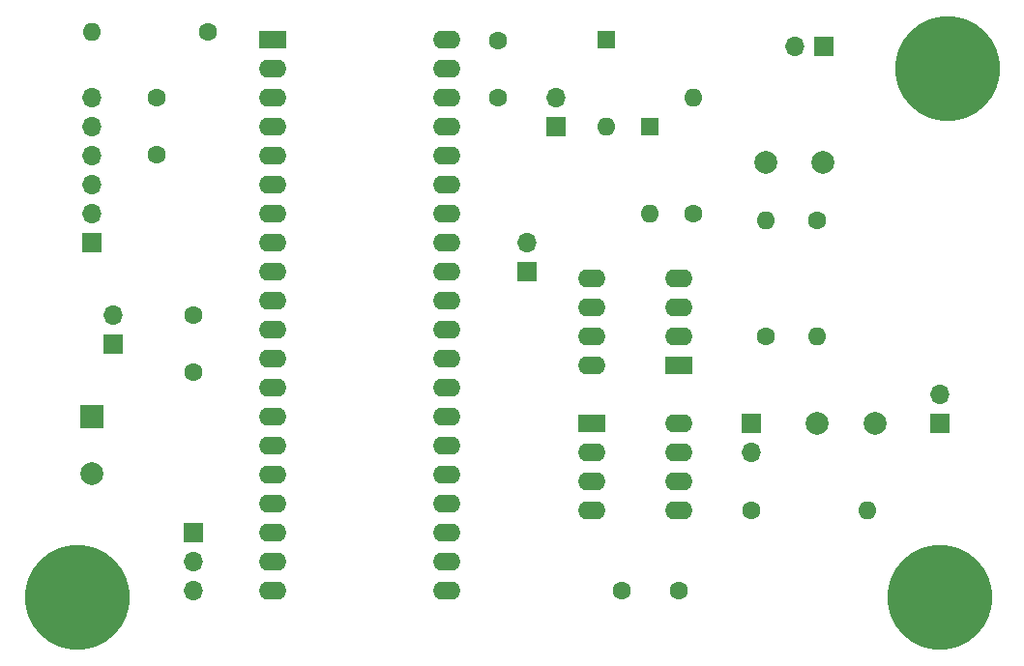
<source format=gtl>
G04 #@! TF.GenerationSoftware,KiCad,Pcbnew,(5.0.1)-4*
G04 #@! TF.CreationDate,2019-05-14T08:42:29+02:00*
G04 #@! TF.ProjectId,carte_filtre,63617274655F66696C7472652E6B6963,rev?*
G04 #@! TF.SameCoordinates,Original*
G04 #@! TF.FileFunction,Copper,L1,Top,Signal*
G04 #@! TF.FilePolarity,Positive*
%FSLAX46Y46*%
G04 Gerber Fmt 4.6, Leading zero omitted, Abs format (unit mm)*
G04 Created by KiCad (PCBNEW (5.0.1)-4) date 14/05/2019 08:42:29*
%MOMM*%
%LPD*%
G01*
G04 APERTURE LIST*
G04 #@! TA.AperFunction,ComponentPad*
%ADD10R,2.000000X2.000000*%
G04 #@! TD*
G04 #@! TA.AperFunction,ComponentPad*
%ADD11C,2.000000*%
G04 #@! TD*
G04 #@! TA.AperFunction,ComponentPad*
%ADD12C,1.600000*%
G04 #@! TD*
G04 #@! TA.AperFunction,ComponentPad*
%ADD13R,2.400000X1.600000*%
G04 #@! TD*
G04 #@! TA.AperFunction,ComponentPad*
%ADD14O,2.400000X1.600000*%
G04 #@! TD*
G04 #@! TA.AperFunction,ComponentPad*
%ADD15C,9.200000*%
G04 #@! TD*
G04 #@! TA.AperFunction,ComponentPad*
%ADD16O,1.600000X1.600000*%
G04 #@! TD*
G04 #@! TA.AperFunction,ComponentPad*
%ADD17R,1.600000X1.600000*%
G04 #@! TD*
G04 #@! TA.AperFunction,ComponentPad*
%ADD18R,1.700000X1.700000*%
G04 #@! TD*
G04 #@! TA.AperFunction,ComponentPad*
%ADD19O,1.700000X1.700000*%
G04 #@! TD*
G04 APERTURE END LIST*
D10*
G04 #@! TO.P,C7,1*
G04 #@! TO.N,VDD*
X179070000Y-130175000D03*
D11*
G04 #@! TO.P,C7,2*
G04 #@! TO.N,GND*
X179070000Y-135175000D03*
G04 #@! TD*
D12*
G04 #@! TO.P,C4,1*
G04 #@! TO.N,VDD*
X225505000Y-145415000D03*
G04 #@! TO.P,C4,2*
G04 #@! TO.N,GND*
X230505000Y-145415000D03*
G04 #@! TD*
D13*
G04 #@! TO.P,U3,1*
G04 #@! TO.N,VDD*
X230505000Y-125730000D03*
D14*
G04 #@! TO.P,U3,5*
G04 #@! TO.N,ADC_CS*
X222885000Y-118110000D03*
G04 #@! TO.P,U3,2*
G04 #@! TO.N,ANALOG_IN*
X230505000Y-123190000D03*
G04 #@! TO.P,U3,6*
G04 #@! TO.N,MISO_SPI*
X222885000Y-120650000D03*
G04 #@! TO.P,U3,3*
G04 #@! TO.N,GND*
X230505000Y-120650000D03*
G04 #@! TO.P,U3,7*
G04 #@! TO.N,SCK_SPI*
X222885000Y-123190000D03*
G04 #@! TO.P,U3,4*
G04 #@! TO.N,GND*
X230505000Y-118110000D03*
G04 #@! TO.P,U3,8*
G04 #@! TO.N,VDD*
X222885000Y-125730000D03*
G04 #@! TD*
D15*
G04 #@! TO.P,H,1*
G04 #@! TO.N,N/C*
X253365000Y-146050000D03*
G04 #@! TD*
G04 #@! TO.P,REF\002A\002A,1*
G04 #@! TO.N,N/C*
X177800000Y-146050000D03*
G04 #@! TD*
D12*
G04 #@! TO.P,C1,1*
G04 #@! TO.N,GND*
X184785000Y-107235000D03*
G04 #@! TO.P,C1,2*
G04 #@! TO.N,MCLR*
X184785000Y-102235000D03*
G04 #@! TD*
G04 #@! TO.P,C2,2*
G04 #@! TO.N,GND*
X214630000Y-102235000D03*
G04 #@! TO.P,C2,1*
G04 #@! TO.N,VDD*
X214630000Y-97235000D03*
G04 #@! TD*
G04 #@! TO.P,C3,2*
G04 #@! TO.N,GND*
X187960000Y-126285000D03*
G04 #@! TO.P,C3,1*
G04 #@! TO.N,VDD*
X187960000Y-121285000D03*
G04 #@! TD*
D11*
G04 #@! TO.P,C5,1*
G04 #@! TO.N,Net-(C5-Pad1)*
X238125000Y-107950000D03*
G04 #@! TO.P,C5,2*
G04 #@! TO.N,ANALOG_IN_NOT_FILTERED*
X243125000Y-107950000D03*
G04 #@! TD*
G04 #@! TO.P,C6,1*
G04 #@! TO.N,ANALOG_OUT*
X247650000Y-130810000D03*
G04 #@! TO.P,C6,2*
G04 #@! TO.N,ANALOG_OUT_MOY*
X242650000Y-130810000D03*
G04 #@! TD*
D16*
G04 #@! TO.P,D1,2*
G04 #@! TO.N,ANALOG_IN*
X224155000Y-104775000D03*
D17*
G04 #@! TO.P,D1,1*
G04 #@! TO.N,VDD*
X224155000Y-97155000D03*
G04 #@! TD*
G04 #@! TO.P,D2,1*
G04 #@! TO.N,ANALOG_IN*
X227965000Y-104775000D03*
D16*
G04 #@! TO.P,D2,2*
G04 #@! TO.N,GND*
X227965000Y-112395000D03*
G04 #@! TD*
D18*
G04 #@! TO.P,J1,1*
G04 #@! TO.N,GND*
X180975000Y-123825000D03*
D19*
G04 #@! TO.P,J1,2*
G04 #@! TO.N,VDD*
X180975000Y-121285000D03*
G04 #@! TD*
D18*
G04 #@! TO.P,J2,1*
G04 #@! TO.N,Net-(J2-Pad1)*
X179070000Y-114935000D03*
D19*
G04 #@! TO.P,J2,2*
G04 #@! TO.N,PGC*
X179070000Y-112395000D03*
G04 #@! TO.P,J2,3*
G04 #@! TO.N,PGD*
X179070000Y-109855000D03*
G04 #@! TO.P,J2,4*
G04 #@! TO.N,GND*
X179070000Y-107315000D03*
G04 #@! TO.P,J2,5*
G04 #@! TO.N,VDD*
X179070000Y-104775000D03*
G04 #@! TO.P,J2,6*
G04 #@! TO.N,MCLR*
X179070000Y-102235000D03*
G04 #@! TD*
D18*
G04 #@! TO.P,J3,1*
G04 #@! TO.N,GND*
X187960000Y-140335000D03*
D19*
G04 #@! TO.P,J3,2*
G04 #@! TO.N,CHOIX_IN*
X187960000Y-142875000D03*
G04 #@! TO.P,J3,3*
G04 #@! TO.N,VDD*
X187960000Y-145415000D03*
G04 #@! TD*
D18*
G04 #@! TO.P,J4,1*
G04 #@! TO.N,ANALOG_IN_NOT_FILTERED*
X243205000Y-97790000D03*
D19*
G04 #@! TO.P,J4,2*
G04 #@! TO.N,GND*
X240665000Y-97790000D03*
G04 #@! TD*
G04 #@! TO.P,J5,2*
G04 #@! TO.N,GND*
X253365000Y-128270000D03*
D18*
G04 #@! TO.P,J5,1*
G04 #@! TO.N,ANALOG_OUT*
X253365000Y-130810000D03*
G04 #@! TD*
D16*
G04 #@! TO.P,R1,2*
G04 #@! TO.N,VDD*
X179070000Y-96520000D03*
D12*
G04 #@! TO.P,R1,1*
G04 #@! TO.N,MCLR*
X189230000Y-96520000D03*
G04 #@! TD*
G04 #@! TO.P,R3,1*
G04 #@! TO.N,VDD*
X238125000Y-123190000D03*
D16*
G04 #@! TO.P,R3,2*
G04 #@! TO.N,Net-(C5-Pad1)*
X238125000Y-113030000D03*
G04 #@! TD*
D12*
G04 #@! TO.P,R4,1*
G04 #@! TO.N,Net-(C5-Pad1)*
X242570000Y-113030000D03*
D16*
G04 #@! TO.P,R4,2*
G04 #@! TO.N,GND*
X242570000Y-123190000D03*
G04 #@! TD*
G04 #@! TO.P,R5,2*
G04 #@! TO.N,Net-(C5-Pad1)*
X231775000Y-102235000D03*
D12*
G04 #@! TO.P,R5,1*
G04 #@! TO.N,ANALOG_IN*
X231775000Y-112395000D03*
G04 #@! TD*
G04 #@! TO.P,R6,1*
G04 #@! TO.N,GND*
X236855000Y-138430000D03*
D16*
G04 #@! TO.P,R6,2*
G04 #@! TO.N,ANALOG_OUT*
X247015000Y-138430000D03*
G04 #@! TD*
D13*
G04 #@! TO.P,U1,1*
G04 #@! TO.N,MCLR*
X194945000Y-97155000D03*
D14*
G04 #@! TO.P,U1,21*
G04 #@! TO.N,VDD*
X210185000Y-145415000D03*
G04 #@! TO.P,U1,2*
X194945000Y-99695000D03*
G04 #@! TO.P,U1,22*
G04 #@! TO.N,DAC_LD*
X210185000Y-142875000D03*
G04 #@! TO.P,U1,3*
G04 #@! TO.N,GND*
X194945000Y-102235000D03*
G04 #@! TO.P,U1,23*
G04 #@! TO.N,DAC_CS*
X210185000Y-140335000D03*
G04 #@! TO.P,U1,4*
G04 #@! TO.N,Net-(U1-Pad4)*
X194945000Y-104775000D03*
G04 #@! TO.P,U1,24*
G04 #@! TO.N,SCK_SPI*
X210185000Y-137795000D03*
G04 #@! TO.P,U1,5*
G04 #@! TO.N,Net-(U1-Pad5)*
X194945000Y-107315000D03*
G04 #@! TO.P,U1,25*
G04 #@! TO.N,MOSI_SPI*
X210185000Y-135255000D03*
G04 #@! TO.P,U1,6*
G04 #@! TO.N,Net-(U1-Pad6)*
X194945000Y-109855000D03*
G04 #@! TO.P,U1,26*
G04 #@! TO.N,MISO_SPI*
X210185000Y-132715000D03*
G04 #@! TO.P,U1,7*
G04 #@! TO.N,Net-(U1-Pad7)*
X194945000Y-112395000D03*
G04 #@! TO.P,U1,27*
G04 #@! TO.N,Net-(U1-Pad27)*
X210185000Y-130175000D03*
G04 #@! TO.P,U1,8*
G04 #@! TO.N,PGC*
X194945000Y-114935000D03*
G04 #@! TO.P,U1,28*
G04 #@! TO.N,Net-(U1-Pad28)*
X210185000Y-127635000D03*
G04 #@! TO.P,U1,9*
G04 #@! TO.N,PGD*
X194945000Y-117475000D03*
G04 #@! TO.P,U1,29*
G04 #@! TO.N,Net-(U1-Pad29)*
X210185000Y-125095000D03*
G04 #@! TO.P,U1,10*
G04 #@! TO.N,Net-(U1-Pad10)*
X194945000Y-120015000D03*
G04 #@! TO.P,U1,30*
G04 #@! TO.N,TEST*
X210185000Y-122555000D03*
G04 #@! TO.P,U1,11*
G04 #@! TO.N,VDD*
X194945000Y-122555000D03*
G04 #@! TO.P,U1,31*
G04 #@! TO.N,GND*
X210185000Y-120015000D03*
G04 #@! TO.P,U1,12*
X194945000Y-125095000D03*
G04 #@! TO.P,U1,32*
G04 #@! TO.N,VDD*
X210185000Y-117475000D03*
G04 #@! TO.P,U1,13*
G04 #@! TO.N,Net-(U1-Pad13)*
X194945000Y-127635000D03*
G04 #@! TO.P,U1,33*
G04 #@! TO.N,Net-(U1-Pad33)*
X210185000Y-114935000D03*
G04 #@! TO.P,U1,14*
G04 #@! TO.N,Net-(U1-Pad14)*
X194945000Y-130175000D03*
G04 #@! TO.P,U1,34*
G04 #@! TO.N,Net-(U1-Pad34)*
X210185000Y-112395000D03*
G04 #@! TO.P,U1,15*
G04 #@! TO.N,Net-(U1-Pad15)*
X194945000Y-132715000D03*
G04 #@! TO.P,U1,35*
G04 #@! TO.N,Net-(U1-Pad35)*
X210185000Y-109855000D03*
G04 #@! TO.P,U1,16*
G04 #@! TO.N,Net-(U1-Pad16)*
X194945000Y-135255000D03*
G04 #@! TO.P,U1,36*
G04 #@! TO.N,ADC_CS*
X210185000Y-107315000D03*
G04 #@! TO.P,U1,17*
G04 #@! TO.N,Net-(U1-Pad17)*
X194945000Y-137795000D03*
G04 #@! TO.P,U1,37*
G04 #@! TO.N,VDD*
X210185000Y-104775000D03*
G04 #@! TO.P,U1,18*
G04 #@! TO.N,Net-(U1-Pad18)*
X194945000Y-140335000D03*
G04 #@! TO.P,U1,38*
G04 #@! TO.N,ANALOG_IN*
X210185000Y-102235000D03*
G04 #@! TO.P,U1,19*
G04 #@! TO.N,CHOIX_IN*
X194945000Y-142875000D03*
G04 #@! TO.P,U1,39*
G04 #@! TO.N,GND*
X210185000Y-99695000D03*
G04 #@! TO.P,U1,20*
X194945000Y-145415000D03*
G04 #@! TO.P,U1,40*
G04 #@! TO.N,VDD*
X210185000Y-97155000D03*
G04 #@! TD*
G04 #@! TO.P,U2,8*
G04 #@! TO.N,ANALOG_OUT_MOY*
X230505000Y-130810000D03*
G04 #@! TO.P,U2,4*
G04 #@! TO.N,MOSI_SPI*
X222885000Y-138430000D03*
G04 #@! TO.P,U2,7*
G04 #@! TO.N,GND*
X230505000Y-133350000D03*
G04 #@! TO.P,U2,3*
G04 #@! TO.N,SCK_SPI*
X222885000Y-135890000D03*
G04 #@! TO.P,U2,6*
G04 #@! TO.N,VDD*
X230505000Y-135890000D03*
G04 #@! TO.P,U2,2*
G04 #@! TO.N,DAC_CS*
X222885000Y-133350000D03*
G04 #@! TO.P,U2,5*
G04 #@! TO.N,DAC_LD*
X230505000Y-138430000D03*
D13*
G04 #@! TO.P,U2,1*
G04 #@! TO.N,VDD*
X222885000Y-130810000D03*
G04 #@! TD*
D15*
G04 #@! TO.P,REF\002A\002A,1*
G04 #@! TO.N,N/C*
X254000000Y-99695000D03*
G04 #@! TD*
D18*
G04 #@! TO.P,J6,1*
G04 #@! TO.N,TEST*
X217170000Y-117475000D03*
D19*
G04 #@! TO.P,J6,2*
G04 #@! TO.N,GND*
X217170000Y-114935000D03*
G04 #@! TD*
D18*
G04 #@! TO.P,J7,1*
G04 #@! TO.N,ANALOG_IN*
X219710000Y-104775000D03*
D19*
G04 #@! TO.P,J7,2*
G04 #@! TO.N,GND*
X219710000Y-102235000D03*
G04 #@! TD*
G04 #@! TO.P,J8,2*
G04 #@! TO.N,GND*
X236855000Y-133350000D03*
D18*
G04 #@! TO.P,J8,1*
G04 #@! TO.N,ANALOG_OUT_MOY*
X236855000Y-130810000D03*
G04 #@! TD*
M02*

</source>
